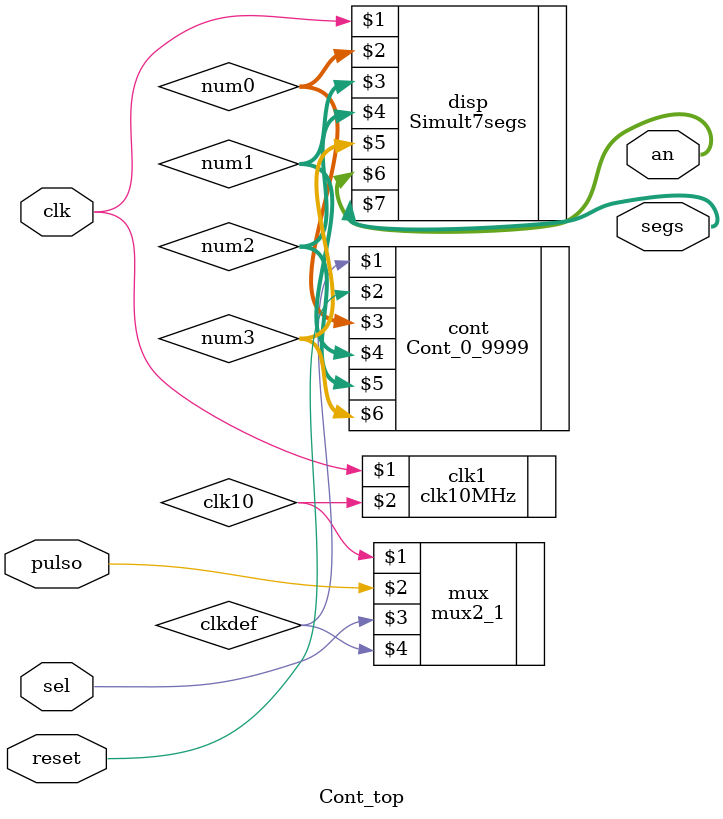
<source format=v>
`timescale 1ns / 1ps
module Cont_top(
    input clk,
    input pulso,
    input sel,
    input reset,
    output [3:0] an,
    output [6:0] segs
    );
	 
	 wire clk10,clkdef;
	 wire [3:0] num0,num1,num2,num3;
	 
	 clk10MHz clk1(clk,clk10);
	 
	 mux2_1 #(1) mux(clk10,pulso,sel,clkdef);
	 
	 Cont_0_9999 cont(clkdef,reset,num0,num1,num2,num3);
	 
	 Simult7segs disp(clk,num0,num1,num2,num3,an,segs);	  	 


endmodule

</source>
